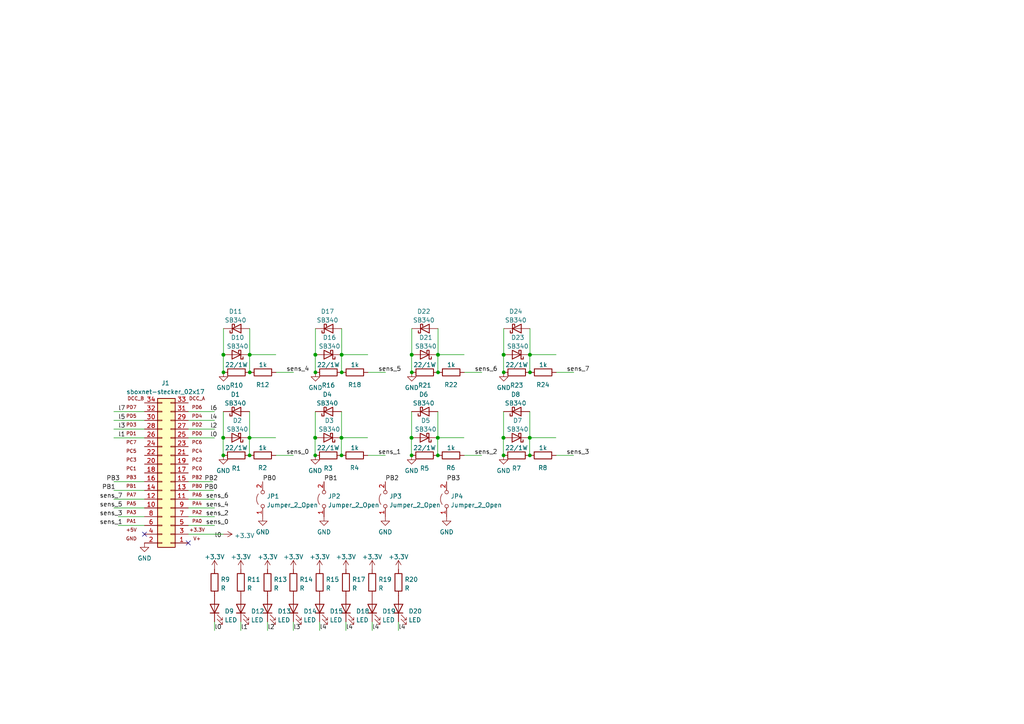
<source format=kicad_sch>
(kicad_sch (version 20211123) (generator eeschema)
  (paper "A4")
  (lib_symbols
    (symbol "Device:D_Schottky" (pin_numbers hide) (pin_names (offset 1.016) hide)
      (property "Reference" "D" (at 0 2.54 0))
      (property "Value" "D_Schottky" (at 0 -2.54 0))
      (symbol "D_Schottky_0_1"
        (polyline (pts (xy 1.27 0) (xy -1.27 0)))
        (polyline (pts (xy 1.27 1.27) (xy 1.27 -1.27) (xy -1.27 0) (xy 1.27 1.27)) (stroke (width 0.254)))
        (polyline (pts (xy -1.905 0.635) (xy -1.905 1.27) (xy -1.27 1.27) (xy -1.27 -1.27) (xy -0.635 -1.27) (xy -0.635 -0.635)) (stroke (width 0.254)))
      )
      (symbol "D_Schottky_1_1"
        (pin passive line (at -3.81 0 0) (length 2.54) (name "K") (number "1"))
        (pin passive line (at 3.81 0 180) (length 2.54) (name "A") (number "2"))
      )
    )
    (symbol "Device:LED" (pin_numbers hide) (pin_names (offset 1.016) hide)
      (property "Reference" "D" (at 0 2.54 0))
      (property "Value" "LED" (at 0 -2.54 0))
      (symbol "LED_0_1"
        (polyline (pts (xy -1.27 -1.27) (xy -1.27 1.27)) (stroke (width 0.254)))
        (polyline (pts (xy -1.27 0) (xy 1.27 0)))
        (polyline (pts (xy 1.27 -1.27) (xy 1.27 1.27) (xy -1.27 0) (xy 1.27 -1.27)) (stroke (width 0.254)))
        (polyline (pts (xy -3.048 -0.762) (xy -4.572 -2.286) (xy -3.81 -2.286) (xy -4.572 -2.286) (xy -4.572 -1.524)))
        (polyline (pts (xy -1.778 -0.762) (xy -3.302 -2.286) (xy -2.54 -2.286) (xy -3.302 -2.286) (xy -3.302 -1.524)))
      )
      (symbol "LED_1_1"
        (pin passive line (at -3.81 0 0) (length 2.54) (name "K") (number "1"))
        (pin passive line (at 3.81 0 180) (length 2.54) (name "A") (number "2"))
      )
    )
    (symbol "Device:R" (pin_numbers hide) (pin_names (offset 0))
      (property "Reference" "R" (at 2.032 0 90))
      (property "Value" "R" (at 0 0 90))
      (symbol "R_0_1"
        (rectangle (start -1.016 -2.54) (end 1.016 2.54) (stroke (width 0.254)))
      )
      (symbol "R_1_1"
        (pin passive line (at 0 3.81 270) (length 1.27) (name "~") (number "1"))
        (pin passive line (at 0 -3.81 90) (length 1.27) (name "~") (number "2"))
      )
    )
    (symbol "GND_1" (power) (pin_names (offset 0))
      (property "Value" "GND_1" (at 0 -3.81 0))
      (symbol "GND_1_0_1"
        (polyline (pts (xy 0 0) (xy 0 -1.27) (xy 1.27 -1.27) (xy 0 -2.54) (xy -1.27 -1.27) (xy 0 -1.27)))
      )
      (symbol "GND_1_1_1"
        (pin power_in line (at 0 0 270) (length 0) hide (name "GND") (number "1"))
      )
    )
    (symbol "Jumper:Jumper_2_Open" (pin_names (offset 0) hide)
      (property "Reference" "JP" (at 0 2.794 0))
      (property "Value" "Jumper_2_Open" (at 0 -2.286 0))
      (symbol "Jumper_2_Open_0_0"
        (circle (center -2.032 0) (radius 0.508))
        (circle (center 2.032 0) (radius 0.508))
      )
      (symbol "Jumper_2_Open_0_1"
        (arc (start 1.524 1.27) (mid 0 1.778) (end -1.524 1.27))
      )
      (symbol "Jumper_2_Open_1_1"
        (pin passive line (at -5.08 0 0) (length 2.54) (name "A") (number "1"))
        (pin passive line (at 5.08 0 180) (length 2.54) (name "B") (number "2"))
      )
    )
    (symbol "power:+3.3V" (power) (pin_names (offset 0))
      (property "Value" "+3.3V" (at 0 3.556 0))
      (symbol "+3.3V_0_1"
        (polyline (pts (xy -0.762 1.27) (xy 0 2.54)))
        (polyline (pts (xy 0 0) (xy 0 2.54)))
        (polyline (pts (xy 0 2.54) (xy 0.762 1.27)))
      )
      (symbol "+3.3V_1_1"
        (pin power_in line (at 0 0 90) (length 0) hide (name "+3.3V") (number "1"))
      )
    )
    (symbol "power:GND" (power) (pin_names (offset 0))
      (property "Value" "GND" (at 0 -3.81 0))
      (symbol "GND_0_1"
        (polyline (pts (xy 0 0) (xy 0 -1.27) (xy 1.27 -1.27) (xy 0 -2.54) (xy -1.27 -1.27) (xy 0 -1.27)))
      )
      (symbol "GND_1_1"
        (pin power_in line (at 0 0 270) (length 0) hide (name "GND") (number "1"))
      )
    )
    (symbol "sboxnet:sboxnet-stecker_02x17" (pin_names (offset 1.016) hide)
      (property "Reference" "J" (at 0 24.13 0))
      (property "Value" "sboxnet-stecker_02x17" (at 1.27 -22.86 0))
      (symbol "sboxnet-stecker_02x17_0_0"
        (text "+3.3V" (at 8.89 -16.51 0) (effects (font (size 0.9906 0.9906))))
        (text "+5V" (at -10.16 -16.51 0) (effects (font (size 0.9906 0.9906))))
        (text "DCC_A" (at 8.89 21.59 0) (effects (font (size 0.9906 0.9906))))
        (text "DCC_B" (at -8.89 21.59 0) (effects (font (size 0.9906 0.9906))))
        (text "GND" (at -10.16 -19.05 0) (effects (font (size 0.9906 0.9906))))
        (text "PA0" (at 8.89 -13.97 0) (effects (font (size 0.9906 0.9906))))
        (text "PA1" (at -10.16 -13.97 0) (effects (font (size 0.9906 0.9906))))
        (text "PA2" (at 8.89 -11.43 0) (effects (font (size 0.9906 0.9906))))
        (text "PA3" (at -10.16 -11.43 0) (effects (font (size 0.9906 0.9906))))
        (text "PA4" (at 8.89 -8.89 0) (effects (font (size 0.9906 0.9906))))
        (text "PA5" (at -10.16 -8.89 0) (effects (font (size 0.9906 0.9906))))
        (text "PA6" (at 8.89 -6.35 0) (effects (font (size 0.9906 0.9906))))
        (text "PA7" (at -10.16 -6.35 0) (effects (font (size 0.9906 0.9906))))
        (text "PB0" (at 8.89 -3.81 0) (effects (font (size 0.9906 0.9906))))
        (text "PB1" (at -10.16 -3.81 0) (effects (font (size 0.9906 0.9906))))
        (text "PB2" (at 8.89 -1.27 0) (effects (font (size 0.9906 0.9906))))
        (text "PB3" (at -10.16 -1.27 0) (effects (font (size 0.9906 0.9906))))
        (text "PC0" (at 8.89 1.27 0) (effects (font (size 0.9906 0.9906))))
        (text "PC1" (at -10.16 1.27 0) (effects (font (size 0.9906 0.9906))))
        (text "PC2" (at 8.89 3.81 0) (effects (font (size 0.9906 0.9906))))
        (text "PC3" (at -10.16 3.81 0) (effects (font (size 0.9906 0.9906))))
        (text "PC4" (at 8.89 6.35 0) (effects (font (size 0.9906 0.9906))))
        (text "PC5" (at -10.16 6.35 0) (effects (font (size 0.9906 0.9906))))
        (text "PC6" (at 8.89 8.89 0) (effects (font (size 0.9906 0.9906))))
        (text "PC7" (at -10.16 8.89 0) (effects (font (size 0.9906 0.9906))))
        (text "PD0" (at 8.89 11.43 0) (effects (font (size 0.9906 0.9906))))
        (text "PD1" (at -10.16 11.43 0) (effects (font (size 0.9906 0.9906))))
        (text "PD2" (at 8.89 13.97 0) (effects (font (size 0.9906 0.9906))))
        (text "PD3" (at -10.16 13.97 0) (effects (font (size 0.9906 0.9906))))
        (text "PD4" (at 8.89 16.51 0) (effects (font (size 0.9906 0.9906))))
        (text "PD5" (at -10.16 16.51 0) (effects (font (size 0.9906 0.9906))))
        (text "PD6" (at 8.89 19.05 0) (effects (font (size 0.9906 0.9906))))
        (text "PD7" (at -10.16 19.05 0) (effects (font (size 0.9906 0.9906))))
        (text "V+" (at 8.89 -19.05 0) (effects (font (size 0.9906 0.9906))))
      )
      (symbol "sboxnet-stecker_02x17_1_1"
        (rectangle (start -2.54 -21.59) (end 2.54 21.59) (stroke (width 0.254)) (fill (type background)))
        (rectangle (start -2.54 -20.447) (end -1.27 -20.193) (stroke (width 0.1524)))
        (rectangle (start -2.54 -17.907) (end -1.27 -17.653) (stroke (width 0.1524)))
        (rectangle (start -2.54 -15.367) (end -1.27 -15.113) (stroke (width 0.1524)))
        (rectangle (start -2.54 -12.827) (end -1.27 -12.573) (stroke (width 0.1524)))
        (rectangle (start -2.54 -10.287) (end -1.27 -10.033) (stroke (width 0.1524)))
        (rectangle (start -2.54 -7.747) (end -1.27 -7.493) (stroke (width 0.1524)))
        (rectangle (start -2.54 -5.207) (end -1.27 -4.953) (stroke (width 0.1524)))
        (rectangle (start -2.54 -2.667) (end -1.27 -2.413) (stroke (width 0.1524)))
        (rectangle (start -2.54 -0.127) (end -1.27 0.127) (stroke (width 0.1524)))
        (rectangle (start -2.54 2.413) (end -1.27 2.667) (stroke (width 0.1524)))
        (rectangle (start -2.54 4.953) (end -1.27 5.207) (stroke (width 0.1524)))
        (rectangle (start -2.54 7.493) (end -1.27 7.747) (stroke (width 0.1524)))
        (rectangle (start -2.54 10.033) (end -1.27 10.287) (stroke (width 0.1524)))
        (rectangle (start -2.54 12.573) (end -1.27 12.827) (stroke (width 0.1524)))
        (rectangle (start -2.54 15.113) (end -1.27 15.367) (stroke (width 0.1524)))
        (rectangle (start -2.54 17.653) (end -1.27 17.907) (stroke (width 0.1524)))
        (rectangle (start -2.54 20.193) (end -1.27 20.447) (stroke (width 0.1524)))
        (rectangle (start 2.54 -20.447) (end 1.27 -20.193) (stroke (width 0.1524)))
        (rectangle (start 2.54 -17.907) (end 1.27 -17.653) (stroke (width 0.1524)))
        (rectangle (start 2.54 -15.367) (end 1.27 -15.113) (stroke (width 0.1524)))
        (rectangle (start 2.54 -12.827) (end 1.27 -12.573) (stroke (width 0.1524)))
        (rectangle (start 2.54 -10.287) (end 1.27 -10.033) (stroke (width 0.1524)))
        (rectangle (start 2.54 -7.747) (end 1.27 -7.493) (stroke (width 0.1524)))
        (rectangle (start 2.54 -5.207) (end 1.27 -4.953) (stroke (width 0.1524)))
        (rectangle (start 2.54 -2.667) (end 1.27 -2.413) (stroke (width 0.1524)))
        (rectangle (start 2.54 -0.127) (end 1.27 0.127) (stroke (width 0.1524)))
        (rectangle (start 2.54 2.413) (end 1.27 2.667) (stroke (width 0.1524)))
        (rectangle (start 2.54 4.953) (end 1.27 5.207) (stroke (width 0.1524)))
        (rectangle (start 2.54 7.493) (end 1.27 7.747) (stroke (width 0.1524)))
        (rectangle (start 2.54 10.033) (end 1.27 10.287) (stroke (width 0.1524)))
        (rectangle (start 2.54 12.573) (end 1.27 12.827) (stroke (width 0.1524)))
        (rectangle (start 2.54 15.113) (end 1.27 15.367) (stroke (width 0.1524)))
        (rectangle (start 2.54 17.653) (end 1.27 17.907) (stroke (width 0.1524)))
        (rectangle (start 2.54 20.193) (end 1.27 20.447) (stroke (width 0.1524)))
        (pin passive line (at 6.35 -20.32 180) (length 3.81) (name "Pin_1") (number "1"))
        (pin passive line (at -6.35 -10.16 0) (length 3.81) (name "Pin_10") (number "10"))
        (pin passive line (at 6.35 -7.62 180) (length 3.81) (name "Pin_11") (number "11"))
        (pin passive line (at -6.35 -7.62 0) (length 3.81) (name "Pin_12") (number "12"))
        (pin passive line (at 6.35 -5.08 180) (length 3.81) (name "Pin_13") (number "13"))
        (pin passive line (at -6.35 -5.08 0) (length 3.81) (name "Pin_14") (number "14"))
        (pin passive line (at 6.35 -2.54 180) (length 3.81) (name "Pin_15") (number "15"))
        (pin passive line (at -6.35 -2.54 0) (length 3.81) (name "Pin_16") (number "16"))
        (pin passive line (at 6.35 0 180) (length 3.81) (name "Pin_17") (number "17"))
        (pin passive line (at -6.35 0 0) (length 3.81) (name "Pin_18") (number "18"))
        (pin passive line (at 6.35 2.54 180) (length 3.81) (name "Pin_19") (number "19"))
        (pin passive line (at -6.35 -20.32 0) (length 3.81) (name "Pin_2") (number "2"))
        (pin passive line (at -6.35 2.54 0) (length 3.81) (name "Pin_20") (number "20"))
        (pin passive line (at 6.35 5.08 180) (length 3.81) (name "Pin_21") (number "21"))
        (pin passive line (at -6.35 5.08 0) (length 3.81) (name "Pin_22") (number "22"))
        (pin passive line (at 6.35 7.62 180) (length 3.81) (name "Pin_23") (number "23"))
        (pin passive line (at -6.35 7.62 0) (length 3.81) (name "Pin_24") (number "24"))
        (pin passive line (at 6.35 10.16 180) (length 3.81) (name "Pin_25") (number "25"))
        (pin passive line (at -6.35 10.16 0) (length 3.81) (name "Pin_26") (number "26"))
        (pin passive line (at 6.35 12.7 180) (length 3.81) (name "Pin_27") (number "27"))
        (pin passive line (at -6.35 12.7 0) (length 3.81) (name "Pin_28") (number "28"))
        (pin passive line (at 6.35 15.24 180) (length 3.81) (name "Pin_29") (number "29"))
        (pin passive line (at 6.35 -17.78 180) (length 3.81) (name "Pin_3") (number "3"))
        (pin passive line (at -6.35 15.24 0) (length 3.81) (name "Pin_30") (number "30"))
        (pin passive line (at 6.35 17.78 180) (length 3.81) (name "Pin_31") (number "31"))
        (pin passive line (at -6.35 17.78 0) (length 3.81) (name "PD7") (number "32"))
        (pin passive line (at 6.35 20.32 180) (length 3.81) (name "Pin_33") (number "33"))
        (pin passive line (at -6.35 20.32 0) (length 3.81) (name "Pin_34") (number "34"))
        (pin passive line (at -6.35 -17.78 0) (length 3.81) (name "Pin_4") (number "4"))
        (pin passive line (at 6.35 -15.24 180) (length 3.81) (name "Pin_5") (number "5"))
        (pin passive line (at -6.35 -15.24 0) (length 3.81) (name "Pin_6") (number "6"))
        (pin passive line (at 6.35 -12.7 180) (length 3.81) (name "Pin_7") (number "7"))
        (pin passive line (at -6.35 -12.7 0) (length 3.81) (name "Pin_8") (number "8"))
        (pin passive line (at 6.35 -10.16 180) (length 3.81) (name "Pin_9") (number "9"))
      )
    )
  )
  (junction (at 72.39 102.87))
  (junction (at 119.38 102.87))
  (junction (at 99.1108 102.9208))
  (junction (at 153.67 102.87))
  (junction (at 91.4908 102.9208))
  (junction (at 64.77 132.08))
  (junction (at 72.4408 108.0008))
  (junction (at 146.05 102.87))
  (junction (at 119.38 127))
  (junction (at 153.6192 126.9492))
  (junction (at 146.05 132.08))
  (junction (at 99.06 127))
  (junction (at 145.9992 126.9492))
  (junction (at 119.38 132.08))
  (junction (at 127 132.08))
  (junction (at 64.8208 102.9208))
  (junction (at 72.3392 126.9492))
  (junction (at 146.05 127))
  (junction (at 127 102.87))
  (junction (at 146.1008 108.0008))
  (junction (at 64.8208 108.0008))
  (junction (at 64.77 102.87))
  (junction (at 99.0092 126.9492))
  (junction (at 127.0508 102.9208))
  (junction (at 153.7208 108.0008))
  (junction (at 99.06 102.87))
  (junction (at 72.39 127))
  (junction (at 119.4308 108.0008))
  (junction (at 91.4908 108.0008))
  (junction (at 72.39 132.08))
  (junction (at 146.1008 102.9208))
  (junction (at 119.4308 102.9208))
  (junction (at 72.4408 102.9208))
  (junction (at 126.9492 126.9492))
  (junction (at 91.44 132.08))
  (junction (at 91.44 102.87))
  (junction (at 99.1108 108.0008))
  (junction (at 153.7208 102.9208))
  (junction (at 99.06 132.08))
  (junction (at 119.3292 126.9492))
  (junction (at 127.0508 108.0008))
  (junction (at 153.67 127))
  (junction (at 153.67 132.08))
  (junction (at 91.3892 126.9492))
  (junction (at 91.44 127))
  (junction (at 64.77 127))
  (junction (at 127 127))
  (junction (at 64.7192 126.9492))
  (no_connect (at 54.61 157.48))
  (no_connect (at 41.91 154.94))
  (wire (pts (xy 145.9992 126.9492) (xy 145.9992 132.08)))
  (wire (pts (xy 64.7192 126.9492) (xy 64.7192 132.08)))
  (wire (pts (xy 54.61 119.38) (xy 62.23 119.38)))
  (wire (pts (xy 54.61 144.78) (xy 62.23 144.78)))
  (wire (pts (xy 99.0092 126.9492) (xy 106.6292 126.9492)))
  (wire (pts (xy 33.02 119.38) (xy 41.91 119.38)))
  (wire (pts (xy 126.9492 126.9492) (xy 134.5692 126.9492)))
  (wire (pts (xy 72.3392 126.9492) (xy 72.3392 132.08)))
  (wire (pts (xy 99.0092 126.9492) (xy 99.0092 132.08)))
  (wire (pts (xy 69.85 180.34) (xy 69.85 182.88)))
  (wire (pts (xy 106.68 132.08) (xy 111.76 132.08)))
  (wire (pts (xy 100.33 180.34) (xy 100.33 182.88)))
  (wire (pts (xy 33.02 139.7) (xy 41.91 139.7)))
  (wire (pts (xy 127 102.87) (xy 127 108.0008)))
  (wire (pts (xy 33.02 147.32) (xy 41.91 147.32)))
  (wire (pts (xy 127.0508 95.3008) (xy 127.0508 102.9208)))
  (wire (pts (xy 153.6192 126.9492) (xy 161.2392 126.9492)))
  (wire (pts (xy 91.4908 95.3008) (xy 91.4908 102.9208)))
  (wire (pts (xy 62.23 180.34) (xy 62.23 182.88)))
  (wire (pts (xy 54.61 124.46) (xy 62.23 124.46)))
  (wire (pts (xy 127 119.38) (xy 127 127)))
  (wire (pts (xy 34.29 149.86) (xy 41.91 149.86)))
  (wire (pts (xy 64.77 119.38) (xy 64.77 127)))
  (wire (pts (xy 146.05 119.38) (xy 146.05 127)))
  (wire (pts (xy 92.71 180.34) (xy 92.71 182.88)))
  (wire (pts (xy 54.61 149.86) (xy 62.23 149.86)))
  (wire (pts (xy 99.06 102.87) (xy 99.06 108.0008)))
  (wire (pts (xy 153.67 119.38) (xy 153.67 127)))
  (wire (pts (xy 153.67 102.87) (xy 153.67 108.0008)))
  (wire (pts (xy 72.39 102.87) (xy 72.39 108.0008)))
  (wire (pts (xy 72.39 102.87) (xy 80.01 102.87)))
  (wire (pts (xy 64.77 102.87) (xy 64.77 108.0008)))
  (wire (pts (xy 99.06 102.87) (xy 106.68 102.87)))
  (wire (pts (xy 146.1008 95.3008) (xy 146.1008 102.9208)))
  (wire (pts (xy 72.4408 95.3008) (xy 72.4408 102.9208)))
  (wire (pts (xy 91.44 102.87) (xy 91.44 108.0008)))
  (wire (pts (xy 54.61 139.7) (xy 61.722 139.7)))
  (wire (pts (xy 33.02 127) (xy 41.91 127)))
  (wire (pts (xy 99.1108 95.3008) (xy 99.1108 102.9208)))
  (wire (pts (xy 127 102.87) (xy 134.62 102.87)))
  (wire (pts (xy 119.3292 126.9492) (xy 119.3292 132.08)))
  (wire (pts (xy 115.57 180.34) (xy 115.57 182.88)))
  (wire (pts (xy 80.0608 108.0008) (xy 85.1408 108.0008)))
  (wire (pts (xy 99.06 119.38) (xy 99.06 127)))
  (wire (pts (xy 77.5957 180.3469) (xy 77.5957 182.8869)))
  (wire (pts (xy 85.09 180.34) (xy 85.09 182.88)))
  (wire (pts (xy 161.29 132.08) (xy 166.37 132.08)))
  (wire (pts (xy 134.6708 108.0008) (xy 139.7508 108.0008)))
  (wire (pts (xy 153.67 102.87) (xy 161.29 102.87)))
  (wire (pts (xy 72.39 119.38) (xy 72.39 127)))
  (wire (pts (xy 34.29 152.4) (xy 41.91 152.4)))
  (wire (pts (xy 80.01 132.08) (xy 85.09 132.08)))
  (wire (pts (xy 107.95 180.34) (xy 107.95 182.88)))
  (wire (pts (xy 119.4308 95.3008) (xy 119.4308 102.9208)))
  (wire (pts (xy 119.38 119.38) (xy 119.38 127)))
  (wire (pts (xy 54.61 147.32) (xy 62.23 147.32)))
  (wire (pts (xy 54.61 152.4) (xy 62.23 152.4)))
  (wire (pts (xy 161.3408 108.0008) (xy 166.4208 108.0008)))
  (wire (pts (xy 64.8208 95.3008) (xy 64.8208 102.9208)))
  (wire (pts (xy 134.62 132.08) (xy 139.7 132.08)))
  (wire (pts (xy 54.61 121.92) (xy 62.23 121.92)))
  (wire (pts (xy 153.6192 126.9492) (xy 153.6192 132.08)))
  (wire (pts (xy 146.05 102.87) (xy 146.05 108.0008)))
  (wire (pts (xy 33.02 144.78) (xy 41.91 144.78)))
  (wire (pts (xy 119.38 102.87) (xy 119.38 108.0008)))
  (wire (pts (xy 91.3892 126.9492) (xy 91.3892 132.08)))
  (wire (pts (xy 54.61 154.94) (xy 64.77 154.94)))
  (wire (pts (xy 153.7208 95.3008) (xy 153.7208 102.9208)))
  (wire (pts (xy 54.61 142.24) (xy 61.976 142.24)))
  (wire (pts (xy 33.02 124.46) (xy 41.91 124.46)))
  (wire (pts (xy 72.3392 126.9492) (xy 79.9592 126.9492)))
  (wire (pts (xy 33.02 121.92) (xy 41.91 121.92)))
  (wire (pts (xy 126.9492 126.9492) (xy 126.9492 132.08)))
  (wire (pts (xy 54.61 127) (xy 62.23 127)))
  (wire (pts (xy 33.02 142.24) (xy 41.91 142.24)))
  (wire (pts (xy 91.44 119.38) (xy 91.44 127)))
  (wire (pts (xy 106.7308 108.0008) (xy 111.8108 108.0008)))
  (label "sens_3" (at 164.2872 132.08 0))
  (label "l0" (at 62.23 156.21 0))
  (label "l4" (at 107.95 182.88 0))
  (label "l0" (at 60.96 127 0))
  (label "PB3" (at 129.54 139.7 0))
  (label "l1" (at 34.29 127 0))
  (label "l4" (at 92.71 182.88 0))
  (label "l4" (at 100.33 182.88 0))
  (label "sens_1" (at 109.6772 132.08 0))
  (label "sens_7" (at 35.56 144.78 180))
  (label "sens_2" (at 59.69 149.86 0))
  (label "PB2" (at 111.76 139.7 0))
  (label "PB1" (at 93.98 139.7 0))
  (label "sens_3" (at 35.56 149.86 180))
  (label "l5" (at 34.29 121.92 0))
  (label "sens_5" (at 35.56 147.32 180))
  (label "sens_2" (at 137.6172 132.08 0))
  (label "sens_6" (at 137.668 108.0008 0))
  (label "l0" (at 62.23 182.88 0))
  (label "sens_5" (at 109.728 108.0008 0))
  (label "PB3" (at 34.798 139.7 180))
  (label "l2" (at 60.96 124.46 0))
  (label "sens_4" (at 83.058 108.0008 0))
  (label "l6" (at 60.96 119.38 0))
  (label "PB0" (at 59.2328 142.24 0))
  (label "PB0" (at 76.2 139.7 0))
  (label "l3" (at 34.29 124.46 0))
  (label "sens_0" (at 83.0072 132.08 0))
  (label "l4" (at 60.96 121.92 0))
  (label "l1" (at 69.85 182.88 0))
  (label "PB2" (at 59.2836 139.7 0))
  (label "sens_1" (at 35.56 152.4 180))
  (label "PB1" (at 33.528 142.24 180))
  (label "l4" (at 115.57 182.88 0))
  (label "l3" (at 85.09 182.88 0))
  (label "sens_6" (at 59.69 144.78 0))
  (label "sens_0" (at 59.69 152.4 0))
  (label "sens_4" (at 59.69 147.32 0))
  (label "l7" (at 34.29 119.38 0))
  (label "sens_7" (at 164.338 108.0008 0))
  (label "l2" (at 77.5957 182.8869 0))
  (symbol (lib_id "Device:R") (at 130.81 132.08 90) (unit 1)
    (property "Reference" "R6" (at 130.7592 135.6868 90))
    (property "Value" "1k" (at 130.81 129.9011 90))
  )
  (symbol (lib_id "Device:R") (at 95.25 108.0008 90) (unit 1)
    (property "Reference" "R16" (at 95.25 111.76 90))
    (property "Value" "22/1W" (at 95.25 105.8219 90))
  )
  (symbol (lib_id "Jumper:Jumper_2_Open") (at 93.98 144.78 90) (unit 1)
    (property "Reference" "JP2" (at 95.123 143.9453 90) (effects (justify right)))
    (property "Value" "Jumper_2_Open" (at 95.123 146.4822 90) (effects (justify right)))
  )
  (symbol (lib_id "Device:D_Schottky") (at 149.8092 126.9492 180) (unit 1)
    (property "Reference" "D7" (at 150.1267 121.9794 0))
    (property "Value" "SB340" (at 150.1267 124.5163 0))
    (property "Footprint" "Diode_SMD:D_SMC_Handsoldering" (effects hide))
  )
  (symbol (lib_id "power:+3.3V") (at 77.5957 165.1069 0) (unit 1)
    (property "Reference" "#PWR014" (effects hide))
    (property "Value" "+3.3V" (at 77.5957 161.5311 0))
  )
  (symbol (lib_id "Device:D_Schottky") (at 95.1992 126.9492 180) (unit 1)
    (property "Reference" "D3" (at 95.5167 121.9794 0))
    (property "Value" "SB340" (at 95.5167 124.5163 0))
    (property "Footprint" "Diode_SMD:D_SMC_Handsoldering" (effects hide))
  )
  (symbol (lib_id "Device:R") (at 157.5308 108.0008 90) (unit 1)
    (property "Reference" "R24" (at 157.48 111.6076 90))
    (property "Value" "1k" (at 157.5308 105.8219 90))
  )
  (symbol (lib_id "Device:D_Schottky") (at 68.58 102.87 180) (unit 1)
    (property "Reference" "D10" (at 68.8975 97.9002 0))
    (property "Value" "SB340" (at 68.8975 100.4371 0))
    (property "Footprint" "Diode_SMD:D_SMC_Handsoldering" (effects hide))
  )
  (symbol (lib_id "Device:D_Schottky") (at 123.1392 126.9492 180) (unit 1)
    (property "Reference" "D5" (at 123.4567 121.9794 0))
    (property "Value" "SB340" (at 123.4567 124.5163 0))
    (property "Footprint" "Diode_SMD:D_SMC_Handsoldering" (effects hide))
  )
  (symbol (lib_id "Device:D_Schottky") (at 123.19 119.38 0) (mirror x) (unit 1)
    (property "Reference" "D6" (at 122.8725 114.4102 0))
    (property "Value" "SB340" (at 122.8725 116.9471 0))
    (property "Footprint" "Diode_SMD:D_SMC_Handsoldering" (effects hide))
  )
  (symbol (lib_id "Device:D_Schottky") (at 123.2408 95.3008 0) (mirror x) (unit 1)
    (property "Reference" "D22" (at 122.9233 90.331 0))
    (property "Value" "SB340" (at 122.9233 92.8679 0))
    (property "Footprint" "Diode_SMD:D_SMC_Handsoldering" (effects hide))
  )
  (symbol (lib_name "GND_1") (lib_id "power:GND") (at 64.8208 108.0008 0) (unit 1)
    (property "Reference" "#PWR012" (effects hide))
    (property "Value" "GND" (at 64.8208 112.4442 0))
  )
  (symbol (lib_id "Device:LED") (at 77.5957 176.5369 90) (unit 1)
    (property "Reference" "D13" (at 80.5167 177.2897 90) (effects (justify right)))
    (property "Value" "LED" (at 80.5167 179.8266 90) (effects (justify right)))
  )
  (symbol (lib_id "Device:D_Schottky") (at 95.25 119.38 0) (mirror x) (unit 1)
    (property "Reference" "D4" (at 94.9325 114.4102 0))
    (property "Value" "SB340" (at 94.9325 116.9471 0))
    (property "Footprint" "Diode_SMD:D_SMC_Handsoldering" (effects hide))
  )
  (symbol (lib_id "power:GND") (at 41.91 157.48 0) (unit 1)
    (property "Reference" "#PWR07" (effects hide))
    (property "Value" "GND" (at 41.91 161.9234 0))
  )
  (symbol (lib_id "power:+3.3V") (at 92.71 165.1 0) (unit 1)
    (property "Reference" "#PWR017" (effects hide))
    (property "Value" "+3.3V" (at 92.71 161.5242 0))
  )
  (symbol (lib_id "Device:D_Schottky") (at 95.3008 95.3008 0) (mirror x) (unit 1)
    (property "Reference" "D17" (at 94.9833 90.331 0))
    (property "Value" "SB340" (at 94.9833 92.8679 0))
    (property "Footprint" "Diode_SMD:D_SMC_Handsoldering" (effects hide))
  )
  (symbol (lib_name "GND_1") (lib_id "power:GND") (at 129.54 149.86 0) (unit 1)
    (property "Reference" "#PWR08" (effects hide))
    (property "Value" "GND" (at 129.54 154.3034 0))
  )
  (symbol (lib_id "Device:LED") (at 100.33 176.53 90) (unit 1)
    (property "Reference" "D18" (at 103.251 177.2828 90) (effects (justify right)))
    (property "Value" "LED" (at 103.251 179.8197 90) (effects (justify right)))
  )
  (symbol (lib_name "GND_1") (lib_id "power:GND") (at 119.38 132.08 0) (unit 1)
    (property "Reference" "#PWR06" (effects hide))
    (property "Value" "GND" (at 119.38 136.5234 0))
  )
  (symbol (lib_id "Jumper:Jumper_2_Open") (at 111.76 144.78 90) (unit 1)
    (property "Reference" "JP3" (at 112.903 143.9453 90) (effects (justify right)))
    (property "Value" "Jumper_2_Open" (at 112.903 146.4822 90) (effects (justify right)))
  )
  (symbol (lib_id "Device:R") (at 107.95 168.91 0) (unit 1)
    (property "Reference" "R19" (at 109.728 168.0753 0) (effects (justify left)))
    (property "Value" "R" (at 109.728 170.6122 0) (effects (justify left)))
  )
  (symbol (lib_id "Device:R") (at 68.5292 132.08 90) (unit 1)
    (property "Reference" "R1" (at 68.5292 135.8392 90))
    (property "Value" "22/1W" (at 68.5292 129.9011 90))
  )
  (symbol (lib_id "power:+3.3V") (at 64.77 154.94 270) (unit 1)
    (property "Reference" "#PWR011" (effects hide))
    (property "Value" "+3.3V" (at 67.945 155.3738 90) (effects (justify left)))
  )
  (symbol (lib_name "GND_1") (lib_id "power:GND") (at 146.1008 108.0008 0) (unit 1)
    (property "Reference" "#PWR022" (effects hide))
    (property "Value" "GND" (at 146.1008 112.4442 0))
  )
  (symbol (lib_id "power:+3.3V") (at 85.09 165.1 0) (unit 1)
    (property "Reference" "#PWR015" (effects hide))
    (property "Value" "+3.3V" (at 85.09 161.5242 0))
  )
  (symbol (lib_id "Device:R") (at 69.85 168.91 0) (unit 1)
    (property "Reference" "R11" (at 71.628 168.0753 0) (effects (justify left)))
    (property "Value" "R" (at 71.628 170.6122 0) (effects (justify left)))
  )
  (symbol (lib_name "GND_1") (lib_id "power:GND") (at 64.77 132.08 0) (unit 1)
    (property "Reference" "#PWR01" (effects hide))
    (property "Value" "GND" (at 64.77 136.5234 0))
  )
  (symbol (lib_id "Device:LED") (at 115.57 176.53 90) (unit 1)
    (property "Reference" "D20" (at 118.491 177.2828 90) (effects (justify right)))
    (property "Value" "LED" (at 118.491 179.8197 90) (effects (justify right)))
  )
  (symbol (lib_name "GND_1") (lib_id "power:GND") (at 76.2 149.86 0) (unit 1)
    (property "Reference" "#PWR02" (effects hide))
    (property "Value" "GND" (at 76.2 154.3034 0))
  )
  (symbol (lib_id "Device:R") (at 115.57 168.91 0) (unit 1)
    (property "Reference" "R20" (at 117.348 168.0753 0) (effects (justify left)))
    (property "Value" "R" (at 117.348 170.6122 0) (effects (justify left)))
  )
  (symbol (lib_name "GND_1") (lib_id "power:GND") (at 91.4908 108.0008 0) (unit 1)
    (property "Reference" "#PWR016" (effects hide))
    (property "Value" "GND" (at 91.4908 112.4442 0))
  )
  (symbol (lib_id "Device:R") (at 149.8092 132.08 90) (unit 1)
    (property "Reference" "R7" (at 149.8092 135.8392 90))
    (property "Value" "22/1W" (at 149.8092 129.9011 90))
  )
  (symbol (lib_id "Device:R") (at 157.48 132.08 90) (unit 1)
    (property "Reference" "R8" (at 157.4292 135.6868 90))
    (property "Value" "1k" (at 157.48 129.9011 90))
  )
  (symbol (lib_id "Device:R") (at 92.71 168.91 0) (unit 1)
    (property "Reference" "R15" (at 94.488 168.0753 0) (effects (justify left)))
    (property "Value" "R" (at 94.488 170.6122 0) (effects (justify left)))
  )
  (symbol (lib_name "GND_1") (lib_id "power:GND") (at 146.05 132.08 0) (unit 1)
    (property "Reference" "#PWR09" (effects hide))
    (property "Value" "GND" (at 146.05 136.5234 0))
  )
  (symbol (lib_id "sboxnet:sboxnet-stecker_02x17") (at 48.26 137.16 0) (unit 1)
    (property "Reference" "J1" (at 48.0141 111.1069 0))
    (property "Value" "sboxnet-stecker_02x17" (at 48.0141 113.6438 0))
  )
  (symbol (lib_id "Device:D_Schottky") (at 149.9108 95.3008 0) (mirror x) (unit 1)
    (property "Reference" "D24" (at 149.5933 90.331 0))
    (property "Value" "SB340" (at 149.5933 92.8679 0))
    (property "Footprint" "Diode_SMD:D_SMC_Handsoldering" (effects hide))
  )
  (symbol (lib_id "Device:LED") (at 107.95 176.53 90) (unit 1)
    (property "Reference" "D19" (at 110.871 177.2828 90) (effects (justify right)))
    (property "Value" "LED" (at 110.871 179.8197 90) (effects (justify right)))
  )
  (symbol (lib_id "Device:R") (at 95.1992 132.08 90) (unit 1)
    (property "Reference" "R3" (at 95.1992 135.8392 90))
    (property "Value" "22/1W" (at 95.1992 129.9011 90))
  )
  (symbol (lib_id "Device:D_Schottky") (at 95.25 102.87 180) (unit 1)
    (property "Reference" "D16" (at 95.5675 97.9002 0))
    (property "Value" "SB340" (at 95.5675 100.4371 0))
    (property "Footprint" "Diode_SMD:D_SMC_Handsoldering" (effects hide))
  )
  (symbol (lib_id "Device:R") (at 77.5957 168.9169 0) (unit 1)
    (property "Reference" "R13" (at 79.3737 168.0822 0) (effects (justify left)))
    (property "Value" "R" (at 79.3737 170.6191 0) (effects (justify left)))
  )
  (symbol (lib_id "power:+3.3V") (at 107.95 165.1 0) (unit 1)
    (property "Reference" "#PWR019" (effects hide))
    (property "Value" "+3.3V" (at 107.95 161.5242 0))
  )
  (symbol (lib_id "Device:LED") (at 62.23 176.53 90) (unit 1)
    (property "Reference" "D9" (at 65.151 177.2828 90) (effects (justify right)))
    (property "Value" "LED" (at 65.151 179.8197 90) (effects (justify right)))
  )
  (symbol (lib_name "GND_1") (lib_id "power:GND") (at 119.4308 108.0008 0) (unit 1)
    (property "Reference" "#PWR021" (effects hide))
    (property "Value" "GND" (at 119.4308 112.4442 0))
  )
  (symbol (lib_id "Jumper:Jumper_2_Open") (at 129.54 144.78 90) (unit 1)
    (property "Reference" "JP4" (at 130.683 143.9453 90) (effects (justify right)))
    (property "Value" "Jumper_2_Open" (at 130.683 146.4822 90) (effects (justify right)))
  )
  (symbol (lib_name "GND_1") (lib_id "power:GND") (at 91.44 132.08 0) (unit 1)
    (property "Reference" "#PWR03" (effects hide))
    (property "Value" "GND" (at 91.44 136.5234 0))
  )
  (symbol (lib_id "Device:R") (at 85.09 168.91 0) (unit 1)
    (property "Reference" "R14" (at 86.868 168.0753 0) (effects (justify left)))
    (property "Value" "R" (at 86.868 170.6122 0) (effects (justify left)))
  )
  (symbol (lib_id "Device:R") (at 102.9208 108.0008 90) (unit 1)
    (property "Reference" "R18" (at 102.87 111.6076 90))
    (property "Value" "1k" (at 102.9208 105.8219 90))
  )
  (symbol (lib_id "Device:R") (at 62.23 168.91 0) (unit 1)
    (property "Reference" "R9" (at 64.008 168.0753 0) (effects (justify left)))
    (property "Value" "R" (at 64.008 170.6122 0) (effects (justify left)))
  )
  (symbol (lib_id "power:+3.3V") (at 69.85 165.1 0) (unit 1)
    (property "Reference" "#PWR013" (effects hide))
    (property "Value" "+3.3V" (at 69.85 161.5242 0))
  )
  (symbol (lib_id "Device:R") (at 149.86 108.0008 90) (unit 1)
    (property "Reference" "R23" (at 149.86 111.76 90))
    (property "Value" "22/1W" (at 149.86 105.8219 90))
  )
  (symbol (lib_id "Device:LED") (at 69.85 176.53 90) (unit 1)
    (property "Reference" "D12" (at 72.771 177.2828 90) (effects (justify right)))
    (property "Value" "LED" (at 72.771 179.8197 90) (effects (justify right)))
  )
  (symbol (lib_id "Device:R") (at 68.58 108.0008 90) (unit 1)
    (property "Reference" "R10" (at 68.58 111.76 90))
    (property "Value" "22/1W" (at 68.58 105.8219 90))
  )
  (symbol (lib_id "power:+3.3V") (at 115.57 165.1 0) (unit 1)
    (property "Reference" "#PWR020" (effects hide))
    (property "Value" "+3.3V" (at 115.57 161.5242 0))
  )
  (symbol (lib_id "power:+3.3V") (at 100.33 165.1 0) (unit 1)
    (property "Reference" "#PWR018" (effects hide))
    (property "Value" "+3.3V" (at 100.33 161.5242 0))
  )
  (symbol (lib_name "GND_1") (lib_id "power:GND") (at 111.76 149.86 0) (unit 1)
    (property "Reference" "#PWR05" (effects hide))
    (property "Value" "GND" (at 111.76 154.3034 0))
  )
  (symbol (lib_id "Device:D_Schottky") (at 149.86 102.87 180) (unit 1)
    (property "Reference" "D23" (at 150.1775 97.9002 0))
    (property "Value" "SB340" (at 150.1775 100.4371 0))
    (property "Footprint" "Diode_SMD:D_SMC_Handsoldering" (effects hide))
  )
  (symbol (lib_id "Device:D_Schottky") (at 68.6308 95.3008 0) (mirror x) (unit 1)
    (property "Reference" "D11" (at 68.3133 90.331 0))
    (property "Value" "SB340" (at 68.3133 92.8679 0))
    (property "Footprint" "Diode_SMD:D_SMC_Handsoldering" (effects hide))
  )
  (symbol (lib_name "GND_1") (lib_id "power:GND") (at 93.98 149.86 0) (unit 1)
    (property "Reference" "#PWR04" (effects hide))
    (property "Value" "GND" (at 93.98 154.3034 0))
  )
  (symbol (lib_id "Device:R") (at 130.8608 108.0008 90) (unit 1)
    (property "Reference" "R22" (at 130.81 111.6076 90))
    (property "Value" "1k" (at 130.8608 105.8219 90))
  )
  (symbol (lib_id "Device:LED") (at 85.09 176.53 90) (unit 1)
    (property "Reference" "D14" (at 88.011 177.2828 90) (effects (justify right)))
    (property "Value" "LED" (at 88.011 179.8197 90) (effects (justify right)))
  )
  (symbol (lib_id "Device:D_Schottky") (at 123.19 102.87 180) (unit 1)
    (property "Reference" "D21" (at 123.5075 97.9002 0))
    (property "Value" "SB340" (at 123.5075 100.4371 0))
    (property "Footprint" "Diode_SMD:D_SMC_Handsoldering" (effects hide))
  )
  (symbol (lib_id "Device:D_Schottky") (at 68.5292 126.9492 180) (unit 1)
    (property "Reference" "D2" (at 68.8467 121.9794 0))
    (property "Value" "SB340" (at 68.8467 124.5163 0))
    (property "Footprint" "Diode_SMD:D_SMC_Handsoldering" (effects hide))
  )
  (symbol (lib_id "Device:R") (at 76.2 132.08 90) (unit 1)
    (property "Reference" "R2" (at 76.1492 135.6868 90))
    (property "Value" "1k" (at 76.2 129.9011 90))
  )
  (symbol (lib_id "Device:D_Schottky") (at 149.86 119.38 0) (mirror x) (unit 1)
    (property "Reference" "D8" (at 149.5425 114.4102 0))
    (property "Value" "SB340" (at 149.5425 116.9471 0))
    (property "Footprint" "Diode_SMD:D_SMC_Handsoldering" (effects hide))
  )
  (symbol (lib_id "Device:R") (at 123.1392 132.08 90) (unit 1)
    (property "Reference" "R5" (at 123.1392 135.8392 90))
    (property "Value" "22/1W" (at 123.1392 129.9011 90))
  )
  (symbol (lib_id "Device:R") (at 102.87 132.08 90) (unit 1)
    (property "Reference" "R4" (at 102.8192 135.6868 90))
    (property "Value" "1k" (at 102.87 129.9011 90))
  )
  (symbol (lib_id "Device:R") (at 100.33 168.91 0) (unit 1)
    (property "Reference" "R17" (at 102.108 168.0753 0) (effects (justify left)))
    (property "Value" "R" (at 102.108 170.6122 0) (effects (justify left)))
  )
  (symbol (lib_id "Device:LED") (at 92.71 176.53 90) (unit 1)
    (property "Reference" "D15" (at 95.631 177.2828 90) (effects (justify right)))
    (property "Value" "LED" (at 95.631 179.8197 90) (effects (justify right)))
  )
  (symbol (lib_id "Device:R") (at 123.19 108.0008 90) (unit 1)
    (property "Reference" "R21" (at 123.19 111.76 90))
    (property "Value" "22/1W" (at 123.19 105.8219 90))
  )
  (symbol (lib_id "Device:D_Schottky") (at 68.58 119.38 0) (mirror x) (unit 1)
    (property "Reference" "D1" (at 68.2625 114.4102 0))
    (property "Value" "SB340" (at 68.2625 116.9471 0))
    (property "Footprint" "Diode_SMD:D_SMC_Handsoldering" (effects hide))
  )
  (symbol (lib_id "power:+3.3V") (at 62.23 165.1 0) (unit 1)
    (property "Reference" "#PWR010" (effects hide))
    (property "Value" "+3.3V" (at 62.23 161.5242 0))
  )
  (symbol (lib_id "Jumper:Jumper_2_Open") (at 76.2 144.78 90) (unit 1)
    (property "Reference" "JP1" (at 77.343 143.9453 90) (effects (justify right)))
    (property "Value" "Jumper_2_Open" (at 77.343 146.4822 90) (effects (justify right)))
  )
  (symbol (lib_id "Device:R") (at 76.2508 108.0008 90) (unit 1)
    (property "Reference" "R12" (at 76.2 111.6076 90))
    (property "Value" "1k" (at 76.2508 105.8219 90))
  )
)
</source>
